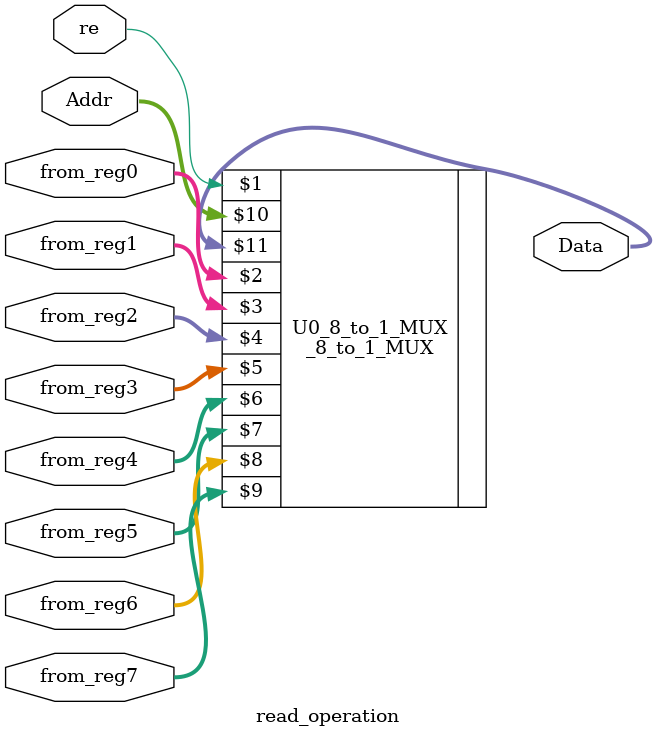
<source format=v>
module read_operation(re,Addr, Data, from_reg0, from_reg1, from_reg2, from_reg3, from_reg4, from_reg5, from_reg6, from_reg7);
  // Read Operation Module
  // Inputs: Register Data (from_reg0 to from_reg7), Address (Addr)
  // Output: Data output (Data)

  input [31:0] from_reg0, from_reg1, from_reg2, from_reg3, from_reg4, from_reg5, from_reg6, from_reg7; // Data from registers
  input [2:0] Addr; // Address for selecting data from registers
  input re;
  output [31:0] Data; // Data output based on the selected address
  
  // Instantiate 8-to-1 MUX to select data based on the address
  _8_to_1_MUX U0_8_to_1_MUX(re,from_reg0, from_reg1, from_reg2, from_reg3, from_reg4, from_reg5, from_reg6, from_reg7, Addr, Data);	
endmodule

</source>
